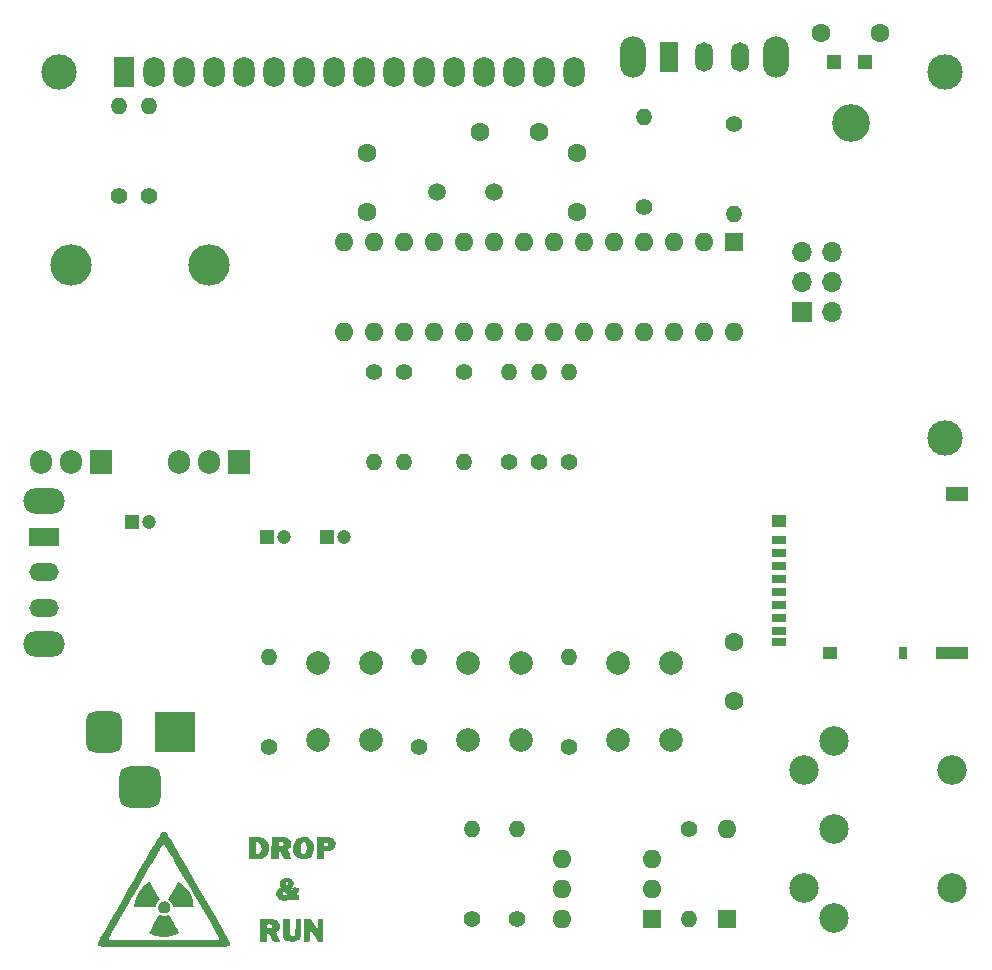
<source format=gbr>
%TF.GenerationSoftware,KiCad,Pcbnew,7.0.7-7.0.7~ubuntu22.04.1*%
%TF.CreationDate,2023-10-02T11:26:38+02:00*%
%TF.ProjectId,interrupter,696e7465-7272-4757-9074-65722e6b6963,rev?*%
%TF.SameCoordinates,Original*%
%TF.FileFunction,Soldermask,Top*%
%TF.FilePolarity,Negative*%
%FSLAX46Y46*%
G04 Gerber Fmt 4.6, Leading zero omitted, Abs format (unit mm)*
G04 Created by KiCad (PCBNEW 7.0.7-7.0.7~ubuntu22.04.1) date 2023-10-02 11:26:38*
%MOMM*%
%LPD*%
G01*
G04 APERTURE LIST*
G04 Aperture macros list*
%AMRoundRect*
0 Rectangle with rounded corners*
0 $1 Rounding radius*
0 $2 $3 $4 $5 $6 $7 $8 $9 X,Y pos of 4 corners*
0 Add a 4 corners polygon primitive as box body*
4,1,4,$2,$3,$4,$5,$6,$7,$8,$9,$2,$3,0*
0 Add four circle primitives for the rounded corners*
1,1,$1+$1,$2,$3*
1,1,$1+$1,$4,$5*
1,1,$1+$1,$6,$7*
1,1,$1+$1,$8,$9*
0 Add four rect primitives between the rounded corners*
20,1,$1+$1,$2,$3,$4,$5,0*
20,1,$1+$1,$4,$5,$6,$7,0*
20,1,$1+$1,$6,$7,$8,$9,0*
20,1,$1+$1,$8,$9,$2,$3,0*%
G04 Aperture macros list end*
%ADD10R,1.200000X0.700000*%
%ADD11R,0.800000X1.000000*%
%ADD12R,1.200000X1.000000*%
%ADD13R,2.800000X1.000000*%
%ADD14R,1.900000X1.300000*%
%ADD15R,1.700000X1.700000*%
%ADD16O,1.700000X1.700000*%
%ADD17C,2.500000*%
%ADD18R,3.500000X3.500000*%
%ADD19RoundRect,0.750000X-0.750000X-1.000000X0.750000X-1.000000X0.750000X1.000000X-0.750000X1.000000X0*%
%ADD20RoundRect,0.875000X-0.875000X-0.875000X0.875000X-0.875000X0.875000X0.875000X-0.875000X0.875000X0*%
%ADD21O,3.500000X3.500000*%
%ADD22R,1.905000X2.000000*%
%ADD23O,1.905000X2.000000*%
%ADD24C,1.600000*%
%ADD25C,3.200000*%
%ADD26R,1.208000X1.208000*%
%ADD27O,2.200000X3.500000*%
%ADD28R,1.500000X2.500000*%
%ADD29O,1.500000X2.500000*%
%ADD30O,1.400000X1.400000*%
%ADD31C,1.400000*%
%ADD32C,1.500000*%
%ADD33O,1.800000X2.600000*%
%ADD34R,1.800000X2.600000*%
%ADD35C,3.000000*%
%ADD36O,1.600000X1.600000*%
%ADD37R,1.600000X1.600000*%
%ADD38C,2.000000*%
%ADD39C,1.200000*%
%ADD40R,1.200000X1.200000*%
%ADD41O,2.500000X1.500000*%
%ADD42R,2.500000X1.500000*%
%ADD43O,3.500000X2.200000*%
G04 APERTURE END LIST*
%TO.C,G\u002A\u002A\u002A*%
G36*
X35775146Y-100766429D02*
G01*
X35920772Y-100884011D01*
X36013598Y-101055426D01*
X36040172Y-101232296D01*
X36002290Y-101428433D01*
X35899923Y-101585247D01*
X35750615Y-101692255D01*
X35571913Y-101738975D01*
X35381362Y-101714925D01*
X35295033Y-101677467D01*
X35142325Y-101547891D01*
X35055983Y-101366294D01*
X35038277Y-101217238D01*
X35076074Y-101011790D01*
X35183737Y-100850957D01*
X35352673Y-100746710D01*
X35383420Y-100736497D01*
X35591201Y-100713613D01*
X35775146Y-100766429D01*
G37*
G36*
X47702883Y-102230831D02*
G01*
X47994247Y-102243713D01*
X48269263Y-102676648D01*
X48544280Y-103109583D01*
X48544280Y-102665756D01*
X48544280Y-102221930D01*
X48783903Y-102221930D01*
X49023525Y-102221930D01*
X49023525Y-103180420D01*
X49023525Y-104138911D01*
X48788132Y-104138911D01*
X48552739Y-104138911D01*
X48280056Y-103692341D01*
X48169198Y-103511361D01*
X48071497Y-103352912D01*
X47997833Y-103234571D01*
X47959961Y-103175209D01*
X47938916Y-103165982D01*
X47924614Y-103217199D01*
X47916179Y-103336896D01*
X47912738Y-103533111D01*
X47912548Y-103610887D01*
X47912548Y-104117127D01*
X47662033Y-104130193D01*
X47411518Y-104143259D01*
X47411518Y-103180604D01*
X47411518Y-102217948D01*
X47702883Y-102230831D01*
G37*
G36*
X36832396Y-99074670D02*
G01*
X36925877Y-99126947D01*
X36987204Y-99168777D01*
X37326411Y-99464350D01*
X37609209Y-99813449D01*
X37827462Y-100202210D01*
X37973037Y-100616767D01*
X38030752Y-100947573D01*
X38057052Y-101219871D01*
X37157613Y-101219871D01*
X36856383Y-101219588D01*
X36631225Y-101218000D01*
X36471074Y-101214000D01*
X36364868Y-101206482D01*
X36301543Y-101194337D01*
X36270034Y-101176460D01*
X36259279Y-101151743D01*
X36258174Y-101129871D01*
X36223877Y-100979857D01*
X36117403Y-100811463D01*
X36028458Y-100709908D01*
X35896334Y-100570271D01*
X36323152Y-99826354D01*
X36455934Y-99596667D01*
X36575138Y-99393758D01*
X36673645Y-99229484D01*
X36744332Y-99115700D01*
X36780078Y-99064262D01*
X36781820Y-99062753D01*
X36832396Y-99074670D01*
G37*
G36*
X34326838Y-99104684D02*
G01*
X34393495Y-99210993D01*
X34488884Y-99369354D01*
X34605870Y-99567901D01*
X34737318Y-99794767D01*
X34755460Y-99826354D01*
X35182278Y-100570271D01*
X35050153Y-100709908D01*
X34902658Y-100892245D01*
X34830229Y-101050918D01*
X34820438Y-101129871D01*
X34817589Y-101160105D01*
X34801641Y-101182678D01*
X34761491Y-101198707D01*
X34686037Y-101209312D01*
X34564177Y-101215612D01*
X34384807Y-101218725D01*
X34136826Y-101219771D01*
X33927299Y-101219871D01*
X33034160Y-101219871D01*
X33034160Y-101069529D01*
X33068324Y-100755102D01*
X33164745Y-100414893D01*
X33314315Y-100073120D01*
X33507926Y-99753996D01*
X33551147Y-99695000D01*
X33653538Y-99574608D01*
X33783496Y-99442662D01*
X33925448Y-99312391D01*
X34063819Y-99197024D01*
X34183034Y-99109788D01*
X34267519Y-99063914D01*
X34296049Y-99062293D01*
X34326838Y-99104684D01*
G37*
G36*
X36349912Y-102578270D02*
G01*
X36479608Y-102804465D01*
X36593853Y-103006586D01*
X36685544Y-103171832D01*
X36747576Y-103287400D01*
X36772846Y-103340489D01*
X36772848Y-103340496D01*
X36744470Y-103394263D01*
X36646509Y-103461844D01*
X36493783Y-103535399D01*
X36301113Y-103607087D01*
X36222922Y-103631492D01*
X36033092Y-103674121D01*
X35801716Y-103706482D01*
X35562777Y-103725572D01*
X35350261Y-103728384D01*
X35234331Y-103718895D01*
X35032730Y-103678617D01*
X34827779Y-103621250D01*
X34636077Y-103553558D01*
X34474219Y-103482304D01*
X34358804Y-103414252D01*
X34306427Y-103356164D01*
X34305763Y-103340496D01*
X34331016Y-103287438D01*
X34393034Y-103171894D01*
X34484713Y-103006667D01*
X34598950Y-102804559D01*
X34728641Y-102578372D01*
X34728700Y-102578270D01*
X35137991Y-101869227D01*
X35273297Y-101902638D01*
X35418308Y-101927584D01*
X35539306Y-101936049D01*
X35682430Y-101924805D01*
X35805315Y-101902638D01*
X35940621Y-101869227D01*
X36349912Y-102578270D01*
G37*
G36*
X43261690Y-95259690D02*
G01*
X43503951Y-95271878D01*
X43679869Y-95289370D01*
X43810218Y-95315561D01*
X43915770Y-95353843D01*
X43955105Y-95372993D01*
X44155467Y-95522012D01*
X44301794Y-95722600D01*
X44392619Y-95957448D01*
X44426475Y-96209246D01*
X44401895Y-96460686D01*
X44317413Y-96694459D01*
X44171562Y-96893255D01*
X44089879Y-96963474D01*
X43949365Y-97052987D01*
X43798625Y-97113290D01*
X43616649Y-97149217D01*
X43382429Y-97165604D01*
X43200729Y-97168070D01*
X42749769Y-97168070D01*
X42749769Y-96204210D01*
X42749769Y-95730334D01*
X43359717Y-95730334D01*
X43359717Y-96209580D01*
X43359717Y-96688825D01*
X43468637Y-96688825D01*
X43582328Y-96658490D01*
X43662262Y-96604119D01*
X43750446Y-96468716D01*
X43790283Y-96303586D01*
X43786222Y-96128825D01*
X43742719Y-95964524D01*
X43664223Y-95830777D01*
X43555189Y-95747677D01*
X43468637Y-95730334D01*
X43359717Y-95730334D01*
X42749769Y-95730334D01*
X42749769Y-95240349D01*
X43261690Y-95259690D01*
G37*
G36*
X49230637Y-95257720D02*
G01*
X49476231Y-95279793D01*
X49662942Y-95320576D01*
X49804470Y-95383337D01*
X49914513Y-95471346D01*
X49936793Y-95495483D01*
X50019049Y-95604551D01*
X50058340Y-95712327D01*
X50069090Y-95860551D01*
X50069151Y-95878462D01*
X50036508Y-96105196D01*
X49937877Y-96276759D01*
X49772211Y-96393992D01*
X49538458Y-96457736D01*
X49329899Y-96470986D01*
X49067093Y-96470986D01*
X49067093Y-96819528D01*
X49067093Y-97168070D01*
X48762119Y-97168070D01*
X48457145Y-97168070D01*
X48457145Y-96209580D01*
X48457145Y-95725324D01*
X49067093Y-95725324D01*
X49067093Y-95882821D01*
X49067093Y-96040319D01*
X49252256Y-96026922D01*
X49368623Y-96013484D01*
X49422096Y-95983162D01*
X49436894Y-95917107D01*
X49437419Y-95882821D01*
X49430309Y-95800166D01*
X49392834Y-95759709D01*
X49300774Y-95742602D01*
X49252256Y-95738721D01*
X49067093Y-95725324D01*
X48457145Y-95725324D01*
X48457145Y-95251089D01*
X48912461Y-95251089D01*
X49230637Y-95257720D01*
G37*
G36*
X46191621Y-102888516D02*
G01*
X46194632Y-103186613D01*
X46203891Y-103402433D01*
X46219735Y-103540637D01*
X46242505Y-103605882D01*
X46243903Y-103607384D01*
X46338432Y-103653300D01*
X46460853Y-103658181D01*
X46572000Y-103625309D01*
X46625766Y-103575394D01*
X46642228Y-103502070D01*
X46655909Y-103359091D01*
X46665715Y-103163918D01*
X46670549Y-102934014D01*
X46670867Y-102856526D01*
X46670867Y-102221930D01*
X46910489Y-102221930D01*
X47150112Y-102221930D01*
X47150044Y-102929905D01*
X47147037Y-103241155D01*
X47135772Y-103479223D01*
X47112780Y-103657932D01*
X47074594Y-103791105D01*
X47017745Y-103892563D01*
X46938767Y-103976130D01*
X46874872Y-104026705D01*
X46729483Y-104092487D01*
X46531251Y-104129271D01*
X46309762Y-104136310D01*
X46094602Y-104112856D01*
X45915355Y-104058164D01*
X45901203Y-104051282D01*
X45794660Y-103989583D01*
X45714566Y-103918798D01*
X45657233Y-103826154D01*
X45618968Y-103698876D01*
X45596084Y-103524191D01*
X45584889Y-103289323D01*
X45581694Y-102981500D01*
X45581673Y-102945105D01*
X45581673Y-102221930D01*
X45886647Y-102221930D01*
X46191621Y-102221930D01*
X46191621Y-102888516D01*
G37*
G36*
X47684373Y-95300501D02*
G01*
X47792748Y-95343503D01*
X47990124Y-95483733D01*
X48134056Y-95676714D01*
X48224403Y-95906267D01*
X48261021Y-96156210D01*
X48243769Y-96410363D01*
X48172502Y-96652545D01*
X48047079Y-96866576D01*
X47867358Y-97036276D01*
X47807989Y-97073249D01*
X47611832Y-97143530D01*
X47376863Y-97169058D01*
X47139178Y-97149591D01*
X46934874Y-97084887D01*
X46923720Y-97079168D01*
X46724072Y-96926530D01*
X46575172Y-96714478D01*
X46484413Y-96459181D01*
X46461352Y-96201017D01*
X47128328Y-96201017D01*
X47132570Y-96390140D01*
X47148108Y-96514747D01*
X47179159Y-96597170D01*
X47211324Y-96640560D01*
X47322566Y-96720177D01*
X47429672Y-96713774D01*
X47525189Y-96622336D01*
X47575576Y-96491050D01*
X47601455Y-96310346D01*
X47602618Y-96113468D01*
X47578857Y-95933664D01*
X47530325Y-95804733D01*
X47446026Y-95710493D01*
X47357187Y-95695995D01*
X47245012Y-95759059D01*
X47231182Y-95770038D01*
X47179155Y-95820821D01*
X47148293Y-95883933D01*
X47133209Y-95981951D01*
X47128516Y-96137451D01*
X47128328Y-96201017D01*
X46461352Y-96201017D01*
X46459189Y-96176806D01*
X46466624Y-96079435D01*
X46515955Y-95859975D01*
X46603252Y-95652483D01*
X46713634Y-95490197D01*
X46744069Y-95459697D01*
X46938190Y-95337872D01*
X47177298Y-95268771D01*
X47434867Y-95255334D01*
X47684373Y-95300501D01*
G37*
G36*
X45491911Y-95260211D02*
G01*
X45782389Y-95289641D01*
X46001856Y-95350334D01*
X46156523Y-95445356D01*
X46252602Y-95577772D01*
X46296304Y-95750650D01*
X46300541Y-95839695D01*
X46293367Y-95988724D01*
X46261877Y-96090889D01*
X46191115Y-96185957D01*
X46156536Y-96222612D01*
X46012531Y-96371188D01*
X46167428Y-96745379D01*
X46235060Y-96911395D01*
X46287723Y-97045678D01*
X46317950Y-97128938D01*
X46322325Y-97145653D01*
X46282334Y-97156483D01*
X46176400Y-97161626D01*
X46025579Y-97160235D01*
X45989584Y-97159011D01*
X45656843Y-97146286D01*
X45528442Y-96808636D01*
X45456143Y-96631876D01*
X45398457Y-96525982D01*
X45347098Y-96477747D01*
X45316586Y-96470986D01*
X45274919Y-96479198D01*
X45249940Y-96515438D01*
X45237479Y-96597113D01*
X45233370Y-96741631D01*
X45233131Y-96819528D01*
X45233131Y-97168070D01*
X44927307Y-97168070D01*
X44621483Y-97168070D01*
X44633225Y-96220472D01*
X44637678Y-95861038D01*
X45233131Y-95861038D01*
X45239208Y-95973443D01*
X45267334Y-96023394D01*
X45332351Y-96035273D01*
X45339214Y-96035309D01*
X45464535Y-96019212D01*
X45557053Y-95992819D01*
X45648323Y-95925985D01*
X45668808Y-95844993D01*
X45645954Y-95755828D01*
X45568502Y-95705714D01*
X45423118Y-95687296D01*
X45382055Y-95686767D01*
X45286692Y-95692261D01*
X45244310Y-95725483D01*
X45233454Y-95811540D01*
X45233131Y-95861038D01*
X44637678Y-95861038D01*
X44644966Y-95272873D01*
X45124211Y-95258977D01*
X45491911Y-95260211D01*
G37*
G36*
X44220181Y-102222172D02*
G01*
X44517831Y-102226279D01*
X44743857Y-102240553D01*
X44913502Y-102268373D01*
X45042012Y-102313118D01*
X45144633Y-102378166D01*
X45213824Y-102442353D01*
X45291217Y-102536574D01*
X45329571Y-102632866D01*
X45341642Y-102768452D01*
X45342050Y-102816529D01*
X45336462Y-102962773D01*
X45310275Y-103057817D01*
X45249356Y-103137356D01*
X45194791Y-103188441D01*
X45047532Y-103320017D01*
X45205683Y-103706702D01*
X45273732Y-103875494D01*
X45327100Y-104012451D01*
X45358524Y-104098689D01*
X45363834Y-104117982D01*
X45323836Y-104128096D01*
X45217860Y-104132720D01*
X45066934Y-104131105D01*
X45030117Y-104129851D01*
X44696399Y-104117127D01*
X44562736Y-103757693D01*
X44487342Y-103569582D01*
X44426936Y-103455191D01*
X44375201Y-103403752D01*
X44351857Y-103398259D01*
X44314054Y-103408002D01*
X44290941Y-103448323D01*
X44279047Y-103535861D01*
X44274904Y-103687255D01*
X44274640Y-103768585D01*
X44274640Y-104138911D01*
X43969666Y-104138911D01*
X43664692Y-104138911D01*
X43664692Y-103180420D01*
X43664692Y-102967356D01*
X44274640Y-102967356D01*
X44481587Y-102954077D01*
X44609339Y-102940219D01*
X44674137Y-102911591D01*
X44700141Y-102855411D01*
X44703238Y-102836805D01*
X44692025Y-102737908D01*
X44617988Y-102680611D01*
X44472156Y-102658874D01*
X44438019Y-102658274D01*
X44331081Y-102663306D01*
X44285310Y-102695899D01*
X44274796Y-102780510D01*
X44274640Y-102812481D01*
X44274640Y-102967356D01*
X43664692Y-102967356D01*
X43664692Y-102221930D01*
X44220181Y-102222172D01*
G37*
G36*
X46107408Y-98759954D02*
G01*
X46221691Y-98769695D01*
X46297281Y-98794653D01*
X46358400Y-98841965D01*
X46413034Y-98900576D01*
X46517121Y-99072250D01*
X46537450Y-99252270D01*
X46475205Y-99429557D01*
X46339815Y-99586080D01*
X46272822Y-99653690D01*
X46269186Y-99707165D01*
X46301040Y-99756693D01*
X46343479Y-99803539D01*
X46375264Y-99794984D01*
X46414222Y-99720038D01*
X46433223Y-99675200D01*
X46482814Y-99570997D01*
X46534525Y-99529139D01*
X46620571Y-99530200D01*
X46662753Y-99536784D01*
X46790796Y-99554778D01*
X46891380Y-99563643D01*
X46899597Y-99563817D01*
X46955630Y-99597331D01*
X46967476Y-99684421D01*
X46939652Y-99806409D01*
X46876677Y-99944618D01*
X46783066Y-100080369D01*
X46771351Y-100094056D01*
X46732731Y-100152580D01*
X46765936Y-100183912D01*
X46793876Y-100193587D01*
X46893358Y-100210788D01*
X46938653Y-100208425D01*
X46975887Y-100226303D01*
X46994159Y-100308569D01*
X46997625Y-100413868D01*
X46997625Y-100631707D01*
X46792951Y-100644893D01*
X46600840Y-100634745D01*
X46455301Y-100589314D01*
X46353846Y-100546372D01*
X46273860Y-100550951D01*
X46193785Y-100587020D01*
X46055209Y-100628889D01*
X45866827Y-100648713D01*
X45663183Y-100646297D01*
X45478824Y-100621449D01*
X45381923Y-100591563D01*
X45212723Y-100475104D01*
X45085927Y-100305216D01*
X45036587Y-100172018D01*
X45040198Y-100050943D01*
X45626803Y-100050943D01*
X45643887Y-100144894D01*
X45679700Y-100188959D01*
X45774406Y-100210431D01*
X45877564Y-100212303D01*
X45954356Y-100196234D01*
X45973783Y-100174932D01*
X45945583Y-100107283D01*
X45877045Y-100021889D01*
X45792262Y-99942067D01*
X45715327Y-99891132D01*
X45675900Y-99886672D01*
X45637300Y-99950999D01*
X45626803Y-100050943D01*
X45040198Y-100050943D01*
X45041302Y-100013946D01*
X45108349Y-99844558D01*
X45223164Y-99693528D01*
X45303813Y-99627421D01*
X45389746Y-99562943D01*
X45411222Y-99514298D01*
X45380057Y-99455140D01*
X45322238Y-99307987D01*
X45327356Y-99179552D01*
X45854652Y-99179552D01*
X45875661Y-99265578D01*
X45888312Y-99283112D01*
X45962178Y-99333543D01*
X46018293Y-99305051D01*
X46039134Y-99212721D01*
X46010291Y-99120681D01*
X45962759Y-99093320D01*
X45887886Y-99111423D01*
X45854652Y-99179552D01*
X45327356Y-99179552D01*
X45329099Y-99135819D01*
X45397096Y-98967821D01*
X45447396Y-98900576D01*
X45514349Y-98830289D01*
X45576436Y-98788055D01*
X45657875Y-98766738D01*
X45782885Y-98759199D01*
X45930215Y-98758293D01*
X46107408Y-98759954D01*
G37*
G36*
X35693988Y-94858771D02*
G01*
X35793702Y-94957007D01*
X35833526Y-95018144D01*
X35912336Y-95147503D01*
X36030460Y-95345646D01*
X36188224Y-95613135D01*
X36385957Y-95950535D01*
X36623985Y-96358408D01*
X36902634Y-96837317D01*
X37222234Y-97387825D01*
X37583110Y-98010495D01*
X37985589Y-98705890D01*
X38429999Y-99474573D01*
X38916667Y-100317107D01*
X39445921Y-101234055D01*
X40018086Y-102225980D01*
X40105724Y-102377960D01*
X40356683Y-102814013D01*
X40566537Y-103181390D01*
X40738206Y-103486612D01*
X40874614Y-103736197D01*
X40978683Y-103936663D01*
X41053334Y-104094530D01*
X41101490Y-104216317D01*
X41126073Y-104308543D01*
X41130005Y-104377725D01*
X41116210Y-104430384D01*
X41087608Y-104473038D01*
X41058088Y-104502484D01*
X41041375Y-104513137D01*
X41013025Y-104522694D01*
X40968523Y-104531213D01*
X40903354Y-104538754D01*
X40813002Y-104545376D01*
X40692953Y-104551137D01*
X40538692Y-104556096D01*
X40345704Y-104560313D01*
X40109474Y-104563845D01*
X39825488Y-104566753D01*
X39489229Y-104569095D01*
X39096183Y-104570929D01*
X38641836Y-104572315D01*
X38121672Y-104573312D01*
X37531176Y-104573978D01*
X36865833Y-104574373D01*
X36121130Y-104574556D01*
X35531736Y-104574588D01*
X34729765Y-104574548D01*
X34010381Y-104574386D01*
X33369033Y-104574034D01*
X32801172Y-104573427D01*
X32302249Y-104572501D01*
X31867713Y-104571188D01*
X31493016Y-104569424D01*
X31173609Y-104567143D01*
X30904941Y-104564278D01*
X30682463Y-104560765D01*
X30501625Y-104556538D01*
X30357879Y-104551530D01*
X30246675Y-104545677D01*
X30163462Y-104538912D01*
X30103693Y-104531171D01*
X30062816Y-104522387D01*
X30036283Y-104512494D01*
X30019545Y-104501427D01*
X30012954Y-104494914D01*
X29958362Y-104391469D01*
X29940850Y-104291511D01*
X29963725Y-104218009D01*
X30032219Y-104070758D01*
X30098614Y-103942161D01*
X30812205Y-103942161D01*
X30854839Y-103945175D01*
X30979009Y-103948070D01*
X31179115Y-103950820D01*
X31449558Y-103953399D01*
X31784736Y-103955778D01*
X32179052Y-103957932D01*
X32626904Y-103959835D01*
X33122694Y-103961459D01*
X33660821Y-103962778D01*
X34235686Y-103963765D01*
X34841689Y-103964394D01*
X35473230Y-103964637D01*
X35539306Y-103964640D01*
X36173152Y-103964438D01*
X36782036Y-103963850D01*
X37360356Y-103962903D01*
X37902514Y-103961623D01*
X38402909Y-103960036D01*
X38855942Y-103958170D01*
X39256013Y-103956050D01*
X39597522Y-103953703D01*
X39874871Y-103951156D01*
X40082457Y-103948435D01*
X40214683Y-103945567D01*
X40265949Y-103942577D01*
X40266407Y-103942264D01*
X40245049Y-103897208D01*
X40183268Y-103783578D01*
X40084507Y-103607273D01*
X39952207Y-103374190D01*
X39789810Y-103090226D01*
X39600758Y-102761281D01*
X39388493Y-102393251D01*
X39156456Y-101992034D01*
X38908090Y-101563528D01*
X38646836Y-101113630D01*
X38376136Y-100648240D01*
X38099432Y-100173253D01*
X37820165Y-99694569D01*
X37541778Y-99218084D01*
X37267712Y-98749697D01*
X37001410Y-98295305D01*
X36746312Y-97860806D01*
X36505861Y-97452098D01*
X36283498Y-97075078D01*
X36082666Y-96735645D01*
X35906806Y-96439695D01*
X35759360Y-96193128D01*
X35643770Y-96001840D01*
X35563477Y-95871730D01*
X35521924Y-95808694D01*
X35516861Y-95803630D01*
X35490523Y-95845958D01*
X35424318Y-95957517D01*
X35321688Y-96132353D01*
X35186075Y-96364514D01*
X35020920Y-96648045D01*
X34829665Y-96976993D01*
X34615751Y-97345404D01*
X34382620Y-97747325D01*
X34133713Y-98176803D01*
X33872472Y-98627884D01*
X33602338Y-99094614D01*
X33326753Y-99571041D01*
X33049159Y-100051209D01*
X32772997Y-100529167D01*
X32501708Y-100998960D01*
X32238735Y-101454635D01*
X31987518Y-101890239D01*
X31751499Y-102299818D01*
X31534121Y-102677418D01*
X31338823Y-103017086D01*
X31169049Y-103312869D01*
X31028239Y-103558812D01*
X30919835Y-103748963D01*
X30847279Y-103877368D01*
X30814012Y-103938074D01*
X30812205Y-103942161D01*
X30098614Y-103942161D01*
X30146132Y-103850127D01*
X30305265Y-103556485D01*
X30509421Y-103190200D01*
X30758399Y-102751641D01*
X30973017Y-102377960D01*
X31531532Y-101409684D01*
X32047557Y-100515521D01*
X32521948Y-99693996D01*
X32955562Y-98943634D01*
X33349257Y-98262960D01*
X33703889Y-97650500D01*
X34020316Y-97104778D01*
X34299393Y-96624319D01*
X34541979Y-96207648D01*
X34748930Y-95853290D01*
X34921104Y-95559771D01*
X35059356Y-95325614D01*
X35164545Y-95149346D01*
X35237527Y-95029491D01*
X35279159Y-94964573D01*
X35284579Y-94957007D01*
X35413787Y-94840792D01*
X35554645Y-94808048D01*
X35693988Y-94858771D01*
G37*
%TD*%
D10*
%TO.C,J2*%
X87600000Y-70090000D03*
X87600000Y-71190000D03*
X87600000Y-72290000D03*
X87600000Y-73390000D03*
X87600000Y-74490000D03*
X87600000Y-75590000D03*
X87600000Y-76690000D03*
X87600000Y-77790000D03*
X87600000Y-78740000D03*
D11*
X98100000Y-79690000D03*
D12*
X91900000Y-79690000D03*
D13*
X102250000Y-79690000D03*
D12*
X87600000Y-68540000D03*
D14*
X102700000Y-66190000D03*
%TD*%
D15*
%TO.C,J3*%
X89535000Y-50800000D03*
D16*
X92075000Y-50800000D03*
X89535000Y-48260000D03*
X92075000Y-48260000D03*
X89535000Y-45720000D03*
X92075000Y-45720000D03*
%TD*%
D17*
%TO.C,J4*%
X92250000Y-87115000D03*
X92250000Y-94615000D03*
X92250000Y-102115000D03*
X89750000Y-89615000D03*
X89750000Y-99615000D03*
X102250000Y-99615000D03*
X102250000Y-89615000D03*
%TD*%
D18*
%TO.C,J1*%
X36480000Y-86360000D03*
D19*
X30480000Y-86360000D03*
D20*
X33480000Y-91060000D03*
%TD*%
D21*
%TO.C,U2*%
X39370000Y-46840000D03*
D22*
X41910000Y-63500000D03*
D23*
X39370000Y-63500000D03*
X36830000Y-63500000D03*
%TD*%
D24*
%TO.C,U3*%
X91186000Y-27178000D03*
D25*
X93686000Y-34778000D03*
D24*
X96186000Y-27178000D03*
D26*
X94886000Y-29678000D03*
X92286000Y-29678000D03*
%TD*%
D24*
%TO.C,C5*%
X83820000Y-78780000D03*
X83820000Y-83780000D03*
%TD*%
D27*
%TO.C,SW2*%
X75230000Y-29210000D03*
X87330000Y-29210000D03*
D28*
X78280000Y-29210000D03*
D29*
X81280000Y-29210000D03*
X84280000Y-29210000D03*
%TD*%
D30*
%TO.C,R14*%
X65405000Y-94615000D03*
D31*
X65405000Y-102235000D03*
%TD*%
D32*
%TO.C,Y1*%
X63500000Y-40640000D03*
X58620000Y-40640000D03*
%TD*%
D33*
%TO.C,DS1*%
X70269100Y-30480000D03*
X67729100Y-30480000D03*
X65189100Y-30480000D03*
X62649100Y-30480000D03*
X60109100Y-30480000D03*
X57569100Y-30480000D03*
X55029100Y-30480000D03*
X52489100Y-30480000D03*
X49949100Y-30480000D03*
X47409100Y-30480000D03*
X44869100Y-30480000D03*
X42329100Y-30480000D03*
X39789100Y-30480000D03*
X37249100Y-30480000D03*
X34709100Y-30480000D03*
D34*
X32169100Y-30480000D03*
D35*
X101669100Y-30480000D03*
X101668580Y-61480700D03*
X26670000Y-30480000D03*
%TD*%
D36*
%TO.C,U5*%
X69205000Y-102220000D03*
X69205000Y-99680000D03*
X69205000Y-97140000D03*
X76825000Y-97140000D03*
X76825000Y-99680000D03*
D37*
X76825000Y-102220000D03*
%TD*%
D30*
%TO.C,R11*%
X69850000Y-55880000D03*
D31*
X69850000Y-63500000D03*
%TD*%
D30*
%TO.C,R13*%
X76200000Y-34290000D03*
D31*
X76200000Y-41910000D03*
%TD*%
D30*
%TO.C,R5*%
X44450000Y-80010000D03*
D31*
X44450000Y-87630000D03*
%TD*%
D38*
%TO.C,SW5*%
X48550000Y-87070000D03*
X48550000Y-80570000D03*
X53050000Y-87070000D03*
X53050000Y-80570000D03*
%TD*%
%TO.C,SW3*%
X73950000Y-87070000D03*
X73950000Y-80570000D03*
X78450000Y-87070000D03*
X78450000Y-80570000D03*
%TD*%
D36*
%TO.C,D1*%
X83185000Y-94615000D03*
D37*
X83185000Y-102235000D03*
%TD*%
D23*
%TO.C,U1*%
X25110000Y-63500000D03*
X27650000Y-63500000D03*
D22*
X30190000Y-63500000D03*
D21*
X27650000Y-46840000D03*
%TD*%
D30*
%TO.C,R10*%
X67310000Y-55880000D03*
D31*
X67310000Y-63500000D03*
%TD*%
D30*
%TO.C,R2*%
X34290000Y-33370000D03*
D31*
X34290000Y-40990000D03*
%TD*%
D36*
%TO.C,U4*%
X83810000Y-52510000D03*
X81270000Y-52510000D03*
X78730000Y-52510000D03*
X76190000Y-52510000D03*
X73650000Y-52510000D03*
X71110000Y-52510000D03*
X68570000Y-52510000D03*
X66030000Y-52510000D03*
X63490000Y-52510000D03*
X60950000Y-52510000D03*
X58410000Y-52510000D03*
X55870000Y-52510000D03*
X53330000Y-52510000D03*
X50790000Y-52510000D03*
X50790000Y-44890000D03*
X53330000Y-44890000D03*
X55870000Y-44890000D03*
X58410000Y-44890000D03*
X60950000Y-44890000D03*
X63490000Y-44890000D03*
X66030000Y-44890000D03*
X68570000Y-44890000D03*
X71110000Y-44890000D03*
X73650000Y-44890000D03*
X76190000Y-44890000D03*
X78730000Y-44890000D03*
X81270000Y-44890000D03*
D37*
X83810000Y-44890000D03*
%TD*%
D39*
%TO.C,C2*%
X45720000Y-69850000D03*
D40*
X44220000Y-69850000D03*
%TD*%
D24*
%TO.C,C6*%
X67270000Y-35560000D03*
X62270000Y-35560000D03*
%TD*%
D30*
%TO.C,R7*%
X53340000Y-63500000D03*
D31*
X53340000Y-55880000D03*
%TD*%
D30*
%TO.C,R15*%
X61595000Y-94615000D03*
D31*
X61595000Y-102235000D03*
%TD*%
D30*
%TO.C,R12*%
X64770000Y-55880000D03*
D31*
X64770000Y-63500000D03*
%TD*%
D39*
%TO.C,C3*%
X50800000Y-69850000D03*
D40*
X49300000Y-69850000D03*
%TD*%
D30*
%TO.C,R16*%
X80010000Y-102235000D03*
D31*
X80010000Y-94615000D03*
%TD*%
D41*
%TO.C,SW1*%
X25400000Y-75850000D03*
X25400000Y-72850000D03*
D42*
X25400000Y-69850000D03*
D43*
X25400000Y-78900000D03*
X25400000Y-66800000D03*
%TD*%
D30*
%TO.C,R9*%
X83820000Y-42545000D03*
D31*
X83820000Y-34925000D03*
%TD*%
D30*
%TO.C,R1*%
X31750000Y-33370000D03*
D31*
X31750000Y-40990000D03*
%TD*%
D24*
%TO.C,C7*%
X52705000Y-42390000D03*
X52705000Y-37390000D03*
%TD*%
D30*
%TO.C,R3*%
X69850000Y-80010000D03*
D31*
X69850000Y-87630000D03*
%TD*%
D24*
%TO.C,C4*%
X70485000Y-37390000D03*
X70485000Y-42390000D03*
%TD*%
D39*
%TO.C,C1*%
X34290000Y-68580000D03*
D40*
X32790000Y-68580000D03*
%TD*%
D38*
%TO.C,SW4*%
X61250000Y-87070000D03*
X61250000Y-80570000D03*
X65750000Y-87070000D03*
X65750000Y-80570000D03*
%TD*%
D30*
%TO.C,R8*%
X60960000Y-63500000D03*
D31*
X60960000Y-55880000D03*
%TD*%
D30*
%TO.C,R6*%
X55880000Y-63500000D03*
D31*
X55880000Y-55880000D03*
%TD*%
D30*
%TO.C,R4*%
X57150000Y-80010000D03*
D31*
X57150000Y-87630000D03*
%TD*%
M02*

</source>
